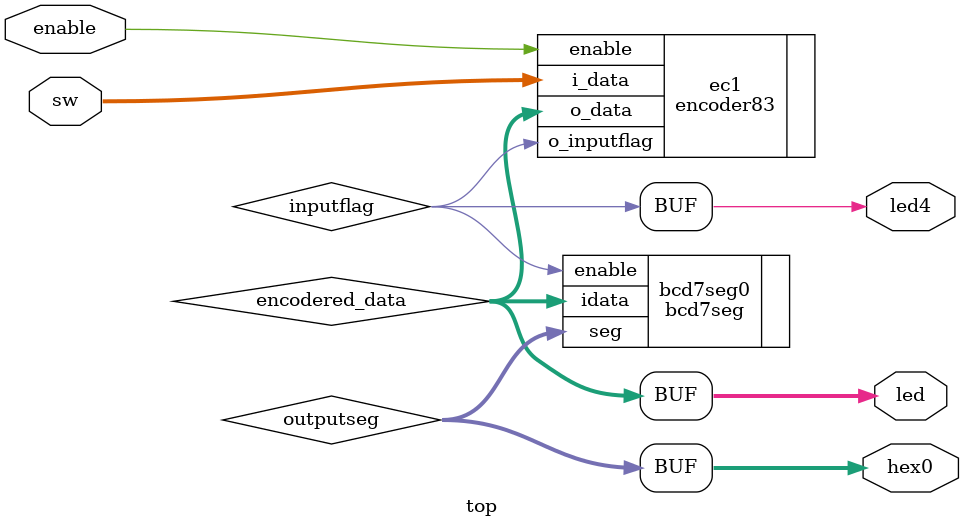
<source format=v>
module top (
	input 	[7:0]	sw,
	input			enable,

	output	[2:0]	led,
	output			led4,
	output	[7:0]	hex0
);

wire [2:0] 	encodered_data;
wire		inputflag;
wire [7:0]	outputseg;

encoder83 ec1 (
	.i_data			(sw),
	.enable			(enable),
	
	.o_data			(encodered_data),
	.o_inputflag	(inputflag)
);

assign led 	= encodered_data;
assign led4 = inputflag;

bcd7seg bcd7seg0 (
	.idata	(encodered_data),
	.enable	(inputflag),

	.seg	(outputseg)
);

assign hex0	= outputseg;

endmodule

</source>
